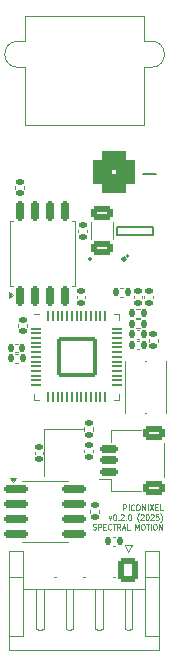
<source format=gto>
%TF.GenerationSoftware,KiCad,Pcbnew,9.0.0*%
%TF.CreationDate,2025-04-09T23:46:37-07:00*%
%TF.ProjectId,RP2350_60QFN_minimal,52503233-3530-45f3-9630-51464e5f6d69,rev?*%
%TF.SameCoordinates,Original*%
%TF.FileFunction,Legend,Top*%
%TF.FilePolarity,Positive*%
%FSLAX46Y46*%
G04 Gerber Fmt 4.6, Leading zero omitted, Abs format (unit mm)*
G04 Created by KiCad (PCBNEW 9.0.0) date 2025-04-09 23:46:37*
%MOMM*%
%LPD*%
G01*
G04 APERTURE LIST*
G04 Aperture macros list*
%AMRoundRect*
0 Rectangle with rounded corners*
0 $1 Rounding radius*
0 $2 $3 $4 $5 $6 $7 $8 $9 X,Y pos of 4 corners*
0 Add a 4 corners polygon primitive as box body*
4,1,4,$2,$3,$4,$5,$6,$7,$8,$9,$2,$3,0*
0 Add four circle primitives for the rounded corners*
1,1,$1+$1,$2,$3*
1,1,$1+$1,$4,$5*
1,1,$1+$1,$6,$7*
1,1,$1+$1,$8,$9*
0 Add four rect primitives between the rounded corners*
20,1,$1+$1,$2,$3,$4,$5,0*
20,1,$1+$1,$4,$5,$6,$7,0*
20,1,$1+$1,$6,$7,$8,$9,0*
20,1,$1+$1,$8,$9,$2,$3,0*%
%AMFreePoly0*
4,1,18,-0.437500,0.050000,-0.433694,0.069134,-0.422855,0.085355,-0.406634,0.096194,-0.387500,0.100000,0.387500,0.100000,0.437500,0.050000,0.437500,-0.050000,0.433694,-0.069134,0.422855,-0.085355,0.406634,-0.096194,0.387500,-0.100000,-0.387500,-0.100000,-0.406634,-0.096194,-0.422855,-0.085355,-0.433694,-0.069134,-0.437500,-0.050000,-0.437500,0.050000,-0.437500,0.050000,$1*%
%AMFreePoly1*
4,1,18,-0.437500,0.050000,-0.433694,0.069134,-0.422855,0.085355,-0.406634,0.096194,-0.387500,0.100000,0.387500,0.100000,0.406634,0.096194,0.422855,0.085355,0.433694,0.069134,0.437500,0.050000,0.437500,-0.050000,0.387500,-0.100000,-0.387500,-0.100000,-0.406634,-0.096194,-0.422855,-0.085355,-0.433694,-0.069134,-0.437500,-0.050000,-0.437500,0.050000,-0.437500,0.050000,$1*%
%AMFreePoly2*
4,1,18,-0.100000,0.387500,-0.050000,0.437500,0.050000,0.437500,0.069134,0.433694,0.085355,0.422855,0.096194,0.406634,0.100000,0.387500,0.100000,-0.387500,0.096194,-0.406634,0.085355,-0.422855,0.069134,-0.433694,0.050000,-0.437500,-0.050000,-0.437500,-0.069134,-0.433694,-0.085355,-0.422855,-0.096194,-0.406634,-0.100000,-0.387500,-0.100000,0.387500,-0.100000,0.387500,$1*%
%AMFreePoly3*
4,1,18,-0.100000,0.387500,-0.096194,0.406634,-0.085355,0.422855,-0.069134,0.433694,-0.050000,0.437500,0.050000,0.437500,0.100000,0.387500,0.100000,-0.387500,0.096194,-0.406634,0.085355,-0.422855,0.069134,-0.433694,0.050000,-0.437500,-0.050000,-0.437500,-0.069134,-0.433694,-0.085355,-0.422855,-0.096194,-0.406634,-0.100000,-0.387500,-0.100000,0.387500,-0.100000,0.387500,$1*%
%AMFreePoly4*
4,1,18,-0.437500,0.050000,-0.433694,0.069134,-0.422855,0.085355,-0.406634,0.096194,-0.387500,0.100000,0.387500,0.100000,0.406634,0.096194,0.422855,0.085355,0.433694,0.069134,0.437500,0.050000,0.437500,-0.050000,0.433694,-0.069134,0.422855,-0.085355,0.406634,-0.096194,0.387500,-0.100000,-0.387500,-0.100000,-0.437500,-0.050000,-0.437500,0.050000,-0.437500,0.050000,$1*%
%AMFreePoly5*
4,1,18,-0.437500,0.050000,-0.387500,0.100000,0.387500,0.100000,0.406634,0.096194,0.422855,0.085355,0.433694,0.069134,0.437500,0.050000,0.437500,-0.050000,0.433694,-0.069134,0.422855,-0.085355,0.406634,-0.096194,0.387500,-0.100000,-0.387500,-0.100000,-0.406634,-0.096194,-0.422855,-0.085355,-0.433694,-0.069134,-0.437500,-0.050000,-0.437500,0.050000,-0.437500,0.050000,$1*%
%AMFreePoly6*
4,1,18,-0.100000,0.387500,-0.096194,0.406634,-0.085355,0.422855,-0.069134,0.433694,-0.050000,0.437500,0.050000,0.437500,0.069134,0.433694,0.085355,0.422855,0.096194,0.406634,0.100000,0.387500,0.100000,-0.387500,0.050000,-0.437500,-0.050000,-0.437500,-0.069134,-0.433694,-0.085355,-0.422855,-0.096194,-0.406634,-0.100000,-0.387500,-0.100000,0.387500,-0.100000,0.387500,$1*%
%AMFreePoly7*
4,1,18,-0.100000,0.387500,-0.096194,0.406634,-0.085355,0.422855,-0.069134,0.433694,-0.050000,0.437500,0.050000,0.437500,0.069134,0.433694,0.085355,0.422855,0.096194,0.406634,0.100000,0.387500,0.100000,-0.387500,0.096194,-0.406634,0.085355,-0.422855,0.069134,-0.433694,0.050000,-0.437500,-0.050000,-0.437500,-0.100000,-0.387500,-0.100000,0.387500,-0.100000,0.387500,$1*%
G04 Aperture macros list end*
%ADD10C,0.076200*%
%ADD11C,0.150000*%
%ADD12C,0.120000*%
%ADD13C,0.250000*%
%ADD14C,0.191421*%
%ADD15R,0.530000X0.470000*%
%ADD16RoundRect,0.140000X-0.170000X0.140000X-0.170000X-0.140000X0.170000X-0.140000X0.170000X0.140000X0*%
%ADD17RoundRect,0.135000X0.135000X0.185000X-0.135000X0.185000X-0.135000X-0.185000X0.135000X-0.185000X0*%
%ADD18R,0.599999X1.100000*%
%ADD19RoundRect,0.162500X0.162500X-0.650000X0.162500X0.650000X-0.162500X0.650000X-0.162500X-0.650000X0*%
%ADD20RoundRect,0.150000X0.625000X-0.150000X0.625000X0.150000X-0.625000X0.150000X-0.625000X-0.150000X0*%
%ADD21RoundRect,0.250000X0.650000X-0.350000X0.650000X0.350000X-0.650000X0.350000X-0.650000X-0.350000X0*%
%ADD22RoundRect,0.140000X0.170000X-0.140000X0.170000X0.140000X-0.170000X0.140000X-0.170000X-0.140000X0*%
%ADD23R,1.200000X1.400000*%
%ADD24R,0.470000X0.530000*%
%ADD25R,0.700000X1.700000*%
%ADD26RoundRect,0.140000X-0.140000X-0.170000X0.140000X-0.170000X0.140000X0.170000X-0.140000X0.170000X0*%
%ADD27RoundRect,0.135000X0.185000X-0.135000X0.185000X0.135000X-0.185000X0.135000X-0.185000X-0.135000X0*%
%ADD28RoundRect,0.250000X-0.650000X0.325000X-0.650000X-0.325000X0.650000X-0.325000X0.650000X0.325000X0*%
%ADD29RoundRect,0.140000X0.140000X0.170000X-0.140000X0.170000X-0.140000X-0.170000X0.140000X-0.170000X0*%
%ADD30FreePoly0,0.000000*%
%ADD31RoundRect,0.050000X-0.387500X-0.050000X0.387500X-0.050000X0.387500X0.050000X-0.387500X0.050000X0*%
%ADD32FreePoly1,0.000000*%
%ADD33FreePoly2,0.000000*%
%ADD34RoundRect,0.050000X-0.050000X-0.387500X0.050000X-0.387500X0.050000X0.387500X-0.050000X0.387500X0*%
%ADD35FreePoly3,0.000000*%
%ADD36FreePoly4,0.000000*%
%ADD37FreePoly5,0.000000*%
%ADD38FreePoly6,0.000000*%
%ADD39FreePoly7,0.000000*%
%ADD40RoundRect,0.153000X1.547000X-1.547000X1.547000X1.547000X-1.547000X1.547000X-1.547000X-1.547000X0*%
%ADD41RoundRect,0.135000X-0.185000X0.135000X-0.185000X-0.135000X0.185000X-0.135000X0.185000X0.135000X0*%
%ADD42RoundRect,0.250000X0.600000X0.725000X-0.600000X0.725000X-0.600000X-0.725000X0.600000X-0.725000X0*%
%ADD43O,1.700000X1.950000*%
%ADD44RoundRect,0.135000X-0.135000X-0.185000X0.135000X-0.185000X0.135000X0.185000X-0.135000X0.185000X0*%
%ADD45R,0.650000X1.050000*%
%ADD46C,1.400000*%
%ADD47RoundRect,0.770000X-0.980000X-0.980000X0.980000X-0.980000X0.980000X0.980000X-0.980000X0.980000X0*%
%ADD48C,3.500000*%
%ADD49RoundRect,0.150000X-0.825000X-0.150000X0.825000X-0.150000X0.825000X0.150000X-0.825000X0.150000X0*%
G04 APERTURE END LIST*
D10*
X26175368Y-59103195D02*
X26175368Y-58595195D01*
X26175368Y-58595195D02*
X26344701Y-58595195D01*
X26344701Y-58595195D02*
X26387035Y-58619385D01*
X26387035Y-58619385D02*
X26408201Y-58643576D01*
X26408201Y-58643576D02*
X26429368Y-58691957D01*
X26429368Y-58691957D02*
X26429368Y-58764528D01*
X26429368Y-58764528D02*
X26408201Y-58812909D01*
X26408201Y-58812909D02*
X26387035Y-58837100D01*
X26387035Y-58837100D02*
X26344701Y-58861290D01*
X26344701Y-58861290D02*
X26175368Y-58861290D01*
X26619868Y-59103195D02*
X26619868Y-58595195D01*
X27085535Y-59054814D02*
X27064368Y-59079005D01*
X27064368Y-59079005D02*
X27000868Y-59103195D01*
X27000868Y-59103195D02*
X26958535Y-59103195D01*
X26958535Y-59103195D02*
X26895035Y-59079005D01*
X26895035Y-59079005D02*
X26852702Y-59030624D01*
X26852702Y-59030624D02*
X26831535Y-58982243D01*
X26831535Y-58982243D02*
X26810368Y-58885481D01*
X26810368Y-58885481D02*
X26810368Y-58812909D01*
X26810368Y-58812909D02*
X26831535Y-58716147D01*
X26831535Y-58716147D02*
X26852702Y-58667766D01*
X26852702Y-58667766D02*
X26895035Y-58619385D01*
X26895035Y-58619385D02*
X26958535Y-58595195D01*
X26958535Y-58595195D02*
X27000868Y-58595195D01*
X27000868Y-58595195D02*
X27064368Y-58619385D01*
X27064368Y-58619385D02*
X27085535Y-58643576D01*
X27360702Y-58595195D02*
X27445368Y-58595195D01*
X27445368Y-58595195D02*
X27487702Y-58619385D01*
X27487702Y-58619385D02*
X27530035Y-58667766D01*
X27530035Y-58667766D02*
X27551202Y-58764528D01*
X27551202Y-58764528D02*
X27551202Y-58933862D01*
X27551202Y-58933862D02*
X27530035Y-59030624D01*
X27530035Y-59030624D02*
X27487702Y-59079005D01*
X27487702Y-59079005D02*
X27445368Y-59103195D01*
X27445368Y-59103195D02*
X27360702Y-59103195D01*
X27360702Y-59103195D02*
X27318368Y-59079005D01*
X27318368Y-59079005D02*
X27276035Y-59030624D01*
X27276035Y-59030624D02*
X27254868Y-58933862D01*
X27254868Y-58933862D02*
X27254868Y-58764528D01*
X27254868Y-58764528D02*
X27276035Y-58667766D01*
X27276035Y-58667766D02*
X27318368Y-58619385D01*
X27318368Y-58619385D02*
X27360702Y-58595195D01*
X27741702Y-59103195D02*
X27741702Y-58595195D01*
X27741702Y-58595195D02*
X27889869Y-58958052D01*
X27889869Y-58958052D02*
X28038035Y-58595195D01*
X28038035Y-58595195D02*
X28038035Y-59103195D01*
X28249702Y-59103195D02*
X28249702Y-58595195D01*
X28419036Y-58595195D02*
X28715369Y-59103195D01*
X28715369Y-58595195D02*
X28419036Y-59103195D01*
X28884702Y-58837100D02*
X29032869Y-58837100D01*
X29096369Y-59103195D02*
X28884702Y-59103195D01*
X28884702Y-59103195D02*
X28884702Y-58595195D01*
X28884702Y-58595195D02*
X29096369Y-58595195D01*
X29498536Y-59103195D02*
X29286869Y-59103195D01*
X29286869Y-59103195D02*
X29286869Y-58595195D01*
X24947704Y-59582380D02*
X25053537Y-59921047D01*
X25053537Y-59921047D02*
X25159370Y-59582380D01*
X25413371Y-59413047D02*
X25455704Y-59413047D01*
X25455704Y-59413047D02*
X25498037Y-59437237D01*
X25498037Y-59437237D02*
X25519204Y-59461428D01*
X25519204Y-59461428D02*
X25540371Y-59509809D01*
X25540371Y-59509809D02*
X25561537Y-59606571D01*
X25561537Y-59606571D02*
X25561537Y-59727523D01*
X25561537Y-59727523D02*
X25540371Y-59824285D01*
X25540371Y-59824285D02*
X25519204Y-59872666D01*
X25519204Y-59872666D02*
X25498037Y-59896857D01*
X25498037Y-59896857D02*
X25455704Y-59921047D01*
X25455704Y-59921047D02*
X25413371Y-59921047D01*
X25413371Y-59921047D02*
X25371037Y-59896857D01*
X25371037Y-59896857D02*
X25349871Y-59872666D01*
X25349871Y-59872666D02*
X25328704Y-59824285D01*
X25328704Y-59824285D02*
X25307537Y-59727523D01*
X25307537Y-59727523D02*
X25307537Y-59606571D01*
X25307537Y-59606571D02*
X25328704Y-59509809D01*
X25328704Y-59509809D02*
X25349871Y-59461428D01*
X25349871Y-59461428D02*
X25371037Y-59437237D01*
X25371037Y-59437237D02*
X25413371Y-59413047D01*
X25752037Y-59872666D02*
X25773204Y-59896857D01*
X25773204Y-59896857D02*
X25752037Y-59921047D01*
X25752037Y-59921047D02*
X25730870Y-59896857D01*
X25730870Y-59896857D02*
X25752037Y-59872666D01*
X25752037Y-59872666D02*
X25752037Y-59921047D01*
X25942537Y-59461428D02*
X25963704Y-59437237D01*
X25963704Y-59437237D02*
X26006037Y-59413047D01*
X26006037Y-59413047D02*
X26111871Y-59413047D01*
X26111871Y-59413047D02*
X26154204Y-59437237D01*
X26154204Y-59437237D02*
X26175371Y-59461428D01*
X26175371Y-59461428D02*
X26196537Y-59509809D01*
X26196537Y-59509809D02*
X26196537Y-59558190D01*
X26196537Y-59558190D02*
X26175371Y-59630761D01*
X26175371Y-59630761D02*
X25921371Y-59921047D01*
X25921371Y-59921047D02*
X26196537Y-59921047D01*
X26387037Y-59872666D02*
X26408204Y-59896857D01*
X26408204Y-59896857D02*
X26387037Y-59921047D01*
X26387037Y-59921047D02*
X26365870Y-59896857D01*
X26365870Y-59896857D02*
X26387037Y-59872666D01*
X26387037Y-59872666D02*
X26387037Y-59921047D01*
X26683371Y-59413047D02*
X26725704Y-59413047D01*
X26725704Y-59413047D02*
X26768037Y-59437237D01*
X26768037Y-59437237D02*
X26789204Y-59461428D01*
X26789204Y-59461428D02*
X26810371Y-59509809D01*
X26810371Y-59509809D02*
X26831537Y-59606571D01*
X26831537Y-59606571D02*
X26831537Y-59727523D01*
X26831537Y-59727523D02*
X26810371Y-59824285D01*
X26810371Y-59824285D02*
X26789204Y-59872666D01*
X26789204Y-59872666D02*
X26768037Y-59896857D01*
X26768037Y-59896857D02*
X26725704Y-59921047D01*
X26725704Y-59921047D02*
X26683371Y-59921047D01*
X26683371Y-59921047D02*
X26641037Y-59896857D01*
X26641037Y-59896857D02*
X26619871Y-59872666D01*
X26619871Y-59872666D02*
X26598704Y-59824285D01*
X26598704Y-59824285D02*
X26577537Y-59727523D01*
X26577537Y-59727523D02*
X26577537Y-59606571D01*
X26577537Y-59606571D02*
X26598704Y-59509809D01*
X26598704Y-59509809D02*
X26619871Y-59461428D01*
X26619871Y-59461428D02*
X26641037Y-59437237D01*
X26641037Y-59437237D02*
X26683371Y-59413047D01*
X27487704Y-60114571D02*
X27466537Y-60090380D01*
X27466537Y-60090380D02*
X27424204Y-60017809D01*
X27424204Y-60017809D02*
X27403037Y-59969428D01*
X27403037Y-59969428D02*
X27381871Y-59896857D01*
X27381871Y-59896857D02*
X27360704Y-59775904D01*
X27360704Y-59775904D02*
X27360704Y-59679142D01*
X27360704Y-59679142D02*
X27381871Y-59558190D01*
X27381871Y-59558190D02*
X27403037Y-59485618D01*
X27403037Y-59485618D02*
X27424204Y-59437237D01*
X27424204Y-59437237D02*
X27466537Y-59364666D01*
X27466537Y-59364666D02*
X27487704Y-59340476D01*
X27635870Y-59461428D02*
X27657037Y-59437237D01*
X27657037Y-59437237D02*
X27699370Y-59413047D01*
X27699370Y-59413047D02*
X27805204Y-59413047D01*
X27805204Y-59413047D02*
X27847537Y-59437237D01*
X27847537Y-59437237D02*
X27868704Y-59461428D01*
X27868704Y-59461428D02*
X27889870Y-59509809D01*
X27889870Y-59509809D02*
X27889870Y-59558190D01*
X27889870Y-59558190D02*
X27868704Y-59630761D01*
X27868704Y-59630761D02*
X27614704Y-59921047D01*
X27614704Y-59921047D02*
X27889870Y-59921047D01*
X28165037Y-59413047D02*
X28207370Y-59413047D01*
X28207370Y-59413047D02*
X28249703Y-59437237D01*
X28249703Y-59437237D02*
X28270870Y-59461428D01*
X28270870Y-59461428D02*
X28292037Y-59509809D01*
X28292037Y-59509809D02*
X28313203Y-59606571D01*
X28313203Y-59606571D02*
X28313203Y-59727523D01*
X28313203Y-59727523D02*
X28292037Y-59824285D01*
X28292037Y-59824285D02*
X28270870Y-59872666D01*
X28270870Y-59872666D02*
X28249703Y-59896857D01*
X28249703Y-59896857D02*
X28207370Y-59921047D01*
X28207370Y-59921047D02*
X28165037Y-59921047D01*
X28165037Y-59921047D02*
X28122703Y-59896857D01*
X28122703Y-59896857D02*
X28101537Y-59872666D01*
X28101537Y-59872666D02*
X28080370Y-59824285D01*
X28080370Y-59824285D02*
X28059203Y-59727523D01*
X28059203Y-59727523D02*
X28059203Y-59606571D01*
X28059203Y-59606571D02*
X28080370Y-59509809D01*
X28080370Y-59509809D02*
X28101537Y-59461428D01*
X28101537Y-59461428D02*
X28122703Y-59437237D01*
X28122703Y-59437237D02*
X28165037Y-59413047D01*
X28482536Y-59461428D02*
X28503703Y-59437237D01*
X28503703Y-59437237D02*
X28546036Y-59413047D01*
X28546036Y-59413047D02*
X28651870Y-59413047D01*
X28651870Y-59413047D02*
X28694203Y-59437237D01*
X28694203Y-59437237D02*
X28715370Y-59461428D01*
X28715370Y-59461428D02*
X28736536Y-59509809D01*
X28736536Y-59509809D02*
X28736536Y-59558190D01*
X28736536Y-59558190D02*
X28715370Y-59630761D01*
X28715370Y-59630761D02*
X28461370Y-59921047D01*
X28461370Y-59921047D02*
X28736536Y-59921047D01*
X29138703Y-59413047D02*
X28927036Y-59413047D01*
X28927036Y-59413047D02*
X28905869Y-59654952D01*
X28905869Y-59654952D02*
X28927036Y-59630761D01*
X28927036Y-59630761D02*
X28969369Y-59606571D01*
X28969369Y-59606571D02*
X29075203Y-59606571D01*
X29075203Y-59606571D02*
X29117536Y-59630761D01*
X29117536Y-59630761D02*
X29138703Y-59654952D01*
X29138703Y-59654952D02*
X29159869Y-59703333D01*
X29159869Y-59703333D02*
X29159869Y-59824285D01*
X29159869Y-59824285D02*
X29138703Y-59872666D01*
X29138703Y-59872666D02*
X29117536Y-59896857D01*
X29117536Y-59896857D02*
X29075203Y-59921047D01*
X29075203Y-59921047D02*
X28969369Y-59921047D01*
X28969369Y-59921047D02*
X28927036Y-59896857D01*
X28927036Y-59896857D02*
X28905869Y-59872666D01*
X29308036Y-60114571D02*
X29329202Y-60090380D01*
X29329202Y-60090380D02*
X29371536Y-60017809D01*
X29371536Y-60017809D02*
X29392702Y-59969428D01*
X29392702Y-59969428D02*
X29413869Y-59896857D01*
X29413869Y-59896857D02*
X29435036Y-59775904D01*
X29435036Y-59775904D02*
X29435036Y-59679142D01*
X29435036Y-59679142D02*
X29413869Y-59558190D01*
X29413869Y-59558190D02*
X29392702Y-59485618D01*
X29392702Y-59485618D02*
X29371536Y-59437237D01*
X29371536Y-59437237D02*
X29329202Y-59364666D01*
X29329202Y-59364666D02*
X29308036Y-59340476D01*
X23593033Y-60714709D02*
X23656533Y-60738899D01*
X23656533Y-60738899D02*
X23762367Y-60738899D01*
X23762367Y-60738899D02*
X23804700Y-60714709D01*
X23804700Y-60714709D02*
X23825867Y-60690518D01*
X23825867Y-60690518D02*
X23847033Y-60642137D01*
X23847033Y-60642137D02*
X23847033Y-60593756D01*
X23847033Y-60593756D02*
X23825867Y-60545375D01*
X23825867Y-60545375D02*
X23804700Y-60521185D01*
X23804700Y-60521185D02*
X23762367Y-60496994D01*
X23762367Y-60496994D02*
X23677700Y-60472804D01*
X23677700Y-60472804D02*
X23635367Y-60448613D01*
X23635367Y-60448613D02*
X23614200Y-60424423D01*
X23614200Y-60424423D02*
X23593033Y-60376042D01*
X23593033Y-60376042D02*
X23593033Y-60327661D01*
X23593033Y-60327661D02*
X23614200Y-60279280D01*
X23614200Y-60279280D02*
X23635367Y-60255089D01*
X23635367Y-60255089D02*
X23677700Y-60230899D01*
X23677700Y-60230899D02*
X23783533Y-60230899D01*
X23783533Y-60230899D02*
X23847033Y-60255089D01*
X24037533Y-60738899D02*
X24037533Y-60230899D01*
X24037533Y-60230899D02*
X24206866Y-60230899D01*
X24206866Y-60230899D02*
X24249200Y-60255089D01*
X24249200Y-60255089D02*
X24270366Y-60279280D01*
X24270366Y-60279280D02*
X24291533Y-60327661D01*
X24291533Y-60327661D02*
X24291533Y-60400232D01*
X24291533Y-60400232D02*
X24270366Y-60448613D01*
X24270366Y-60448613D02*
X24249200Y-60472804D01*
X24249200Y-60472804D02*
X24206866Y-60496994D01*
X24206866Y-60496994D02*
X24037533Y-60496994D01*
X24482033Y-60472804D02*
X24630200Y-60472804D01*
X24693700Y-60738899D02*
X24482033Y-60738899D01*
X24482033Y-60738899D02*
X24482033Y-60230899D01*
X24482033Y-60230899D02*
X24693700Y-60230899D01*
X25138200Y-60690518D02*
X25117033Y-60714709D01*
X25117033Y-60714709D02*
X25053533Y-60738899D01*
X25053533Y-60738899D02*
X25011200Y-60738899D01*
X25011200Y-60738899D02*
X24947700Y-60714709D01*
X24947700Y-60714709D02*
X24905367Y-60666328D01*
X24905367Y-60666328D02*
X24884200Y-60617947D01*
X24884200Y-60617947D02*
X24863033Y-60521185D01*
X24863033Y-60521185D02*
X24863033Y-60448613D01*
X24863033Y-60448613D02*
X24884200Y-60351851D01*
X24884200Y-60351851D02*
X24905367Y-60303470D01*
X24905367Y-60303470D02*
X24947700Y-60255089D01*
X24947700Y-60255089D02*
X25011200Y-60230899D01*
X25011200Y-60230899D02*
X25053533Y-60230899D01*
X25053533Y-60230899D02*
X25117033Y-60255089D01*
X25117033Y-60255089D02*
X25138200Y-60279280D01*
X25265200Y-60230899D02*
X25519200Y-60230899D01*
X25392200Y-60738899D02*
X25392200Y-60230899D01*
X25921367Y-60738899D02*
X25773200Y-60496994D01*
X25667367Y-60738899D02*
X25667367Y-60230899D01*
X25667367Y-60230899D02*
X25836700Y-60230899D01*
X25836700Y-60230899D02*
X25879034Y-60255089D01*
X25879034Y-60255089D02*
X25900200Y-60279280D01*
X25900200Y-60279280D02*
X25921367Y-60327661D01*
X25921367Y-60327661D02*
X25921367Y-60400232D01*
X25921367Y-60400232D02*
X25900200Y-60448613D01*
X25900200Y-60448613D02*
X25879034Y-60472804D01*
X25879034Y-60472804D02*
X25836700Y-60496994D01*
X25836700Y-60496994D02*
X25667367Y-60496994D01*
X26090700Y-60593756D02*
X26302367Y-60593756D01*
X26048367Y-60738899D02*
X26196534Y-60230899D01*
X26196534Y-60230899D02*
X26344700Y-60738899D01*
X26704534Y-60738899D02*
X26492867Y-60738899D01*
X26492867Y-60738899D02*
X26492867Y-60230899D01*
X27191367Y-60738899D02*
X27191367Y-60230899D01*
X27191367Y-60230899D02*
X27339534Y-60593756D01*
X27339534Y-60593756D02*
X27487700Y-60230899D01*
X27487700Y-60230899D02*
X27487700Y-60738899D01*
X27784034Y-60230899D02*
X27868700Y-60230899D01*
X27868700Y-60230899D02*
X27911034Y-60255089D01*
X27911034Y-60255089D02*
X27953367Y-60303470D01*
X27953367Y-60303470D02*
X27974534Y-60400232D01*
X27974534Y-60400232D02*
X27974534Y-60569566D01*
X27974534Y-60569566D02*
X27953367Y-60666328D01*
X27953367Y-60666328D02*
X27911034Y-60714709D01*
X27911034Y-60714709D02*
X27868700Y-60738899D01*
X27868700Y-60738899D02*
X27784034Y-60738899D01*
X27784034Y-60738899D02*
X27741700Y-60714709D01*
X27741700Y-60714709D02*
X27699367Y-60666328D01*
X27699367Y-60666328D02*
X27678200Y-60569566D01*
X27678200Y-60569566D02*
X27678200Y-60400232D01*
X27678200Y-60400232D02*
X27699367Y-60303470D01*
X27699367Y-60303470D02*
X27741700Y-60255089D01*
X27741700Y-60255089D02*
X27784034Y-60230899D01*
X28101534Y-60230899D02*
X28355534Y-60230899D01*
X28228534Y-60738899D02*
X28228534Y-60230899D01*
X28503701Y-60738899D02*
X28503701Y-60230899D01*
X28800035Y-60230899D02*
X28884701Y-60230899D01*
X28884701Y-60230899D02*
X28927035Y-60255089D01*
X28927035Y-60255089D02*
X28969368Y-60303470D01*
X28969368Y-60303470D02*
X28990535Y-60400232D01*
X28990535Y-60400232D02*
X28990535Y-60569566D01*
X28990535Y-60569566D02*
X28969368Y-60666328D01*
X28969368Y-60666328D02*
X28927035Y-60714709D01*
X28927035Y-60714709D02*
X28884701Y-60738899D01*
X28884701Y-60738899D02*
X28800035Y-60738899D01*
X28800035Y-60738899D02*
X28757701Y-60714709D01*
X28757701Y-60714709D02*
X28715368Y-60666328D01*
X28715368Y-60666328D02*
X28694201Y-60569566D01*
X28694201Y-60569566D02*
X28694201Y-60400232D01*
X28694201Y-60400232D02*
X28715368Y-60303470D01*
X28715368Y-60303470D02*
X28757701Y-60255089D01*
X28757701Y-60255089D02*
X28800035Y-60230899D01*
X29181035Y-60738899D02*
X29181035Y-60230899D01*
X29181035Y-60230899D02*
X29435035Y-60738899D01*
X29435035Y-60738899D02*
X29435035Y-60230899D01*
D11*
X27828571Y-30594700D02*
X28971429Y-30594700D01*
D12*
%TO.C,C2*%
X18690000Y-54121164D02*
X18690000Y-54336836D01*
X19410000Y-54121164D02*
X19410000Y-54336836D01*
%TO.C,R5*%
X26188641Y-40260000D02*
X25881359Y-40260000D01*
X26188641Y-41020000D02*
X25881359Y-41020000D01*
D11*
%TO.C,U2*%
X25652999Y-35782999D02*
X25652999Y-35083001D01*
X28703001Y-35083001D02*
X25652999Y-35083001D01*
X28703001Y-35782999D02*
X25652999Y-35782999D01*
X28703001Y-35782999D02*
X28703001Y-35083001D01*
D13*
X26353000Y-37833000D02*
G75*
G02*
X26102998Y-37833000I-125001J0D01*
G01*
X26102998Y-37833000D02*
G75*
G02*
X26353000Y-37833000I125001J0D01*
G01*
D12*
%TO.C,U1*%
X16544000Y-34578000D02*
X16814000Y-34578000D01*
X16544000Y-37338000D02*
X16544000Y-34578000D01*
X16544000Y-37338000D02*
X16544000Y-40098000D01*
X16544000Y-40098000D02*
X16814000Y-40098000D01*
X22064000Y-34578000D02*
X21794000Y-34578000D01*
X22064000Y-37338000D02*
X22064000Y-34578000D01*
X22064000Y-37338000D02*
X22064000Y-40098000D01*
X22064000Y-40098000D02*
X21794000Y-40098000D01*
X16814000Y-40863000D02*
X16484000Y-41103000D01*
X16484000Y-40623000D01*
X16814000Y-40863000D01*
G36*
X16814000Y-40863000D02*
G01*
X16484000Y-41103000D01*
X16484000Y-40623000D01*
X16814000Y-40863000D01*
G37*
%TO.C,J3*%
X25139000Y-52254000D02*
X25139000Y-53304000D01*
X25139000Y-56424000D02*
X24149000Y-56424000D01*
X25139000Y-57474000D02*
X25139000Y-56424000D01*
X27639000Y-52254000D02*
X25139000Y-52254000D01*
X27639000Y-57474000D02*
X25139000Y-57474000D01*
X29609000Y-56304000D02*
X29609000Y-53424000D01*
%TO.C,C13*%
X22246000Y-41128836D02*
X22246000Y-40913164D01*
X22966000Y-41128836D02*
X22966000Y-40913164D01*
%TO.C,Y1*%
X19432000Y-52229000D02*
X19432000Y-56229000D01*
X22732000Y-52229000D02*
X19432000Y-52229000D01*
%TO.C,L2*%
D14*
X23452710Y-37816000D02*
G75*
G02*
X23261290Y-37816000I-95710J0D01*
G01*
X23261290Y-37816000D02*
G75*
G02*
X23452710Y-37816000I95710J0D01*
G01*
D12*
%TO.C,C20*%
X25292164Y-61362000D02*
X25507836Y-61362000D01*
X25292164Y-62082000D02*
X25507836Y-62082000D01*
%TO.C,C4*%
X17039000Y-31857836D02*
X17039000Y-31642164D01*
X17759000Y-31857836D02*
X17759000Y-31642164D01*
%TO.C,R4*%
X28322000Y-44857641D02*
X28322000Y-44550359D01*
X29082000Y-44857641D02*
X29082000Y-44550359D01*
%TO.C,C6*%
X22373000Y-35325164D02*
X22373000Y-35540836D01*
X23093000Y-35325164D02*
X23093000Y-35540836D01*
%TO.C,C19*%
X27072000Y-40913164D02*
X27072000Y-41128836D01*
X27792000Y-40913164D02*
X27792000Y-41128836D01*
%TO.C,C1*%
X23474000Y-34721748D02*
X23474000Y-36144252D01*
X25294000Y-34721748D02*
X25294000Y-36144252D01*
%TO.C,C9*%
X27324164Y-43836000D02*
X27539836Y-43836000D01*
X27324164Y-44556000D02*
X27539836Y-44556000D01*
%TO.C,C12*%
X17252836Y-44979000D02*
X17037164Y-44979000D01*
X17252836Y-45699000D02*
X17037164Y-45699000D01*
%TO.C,U3*%
X18615000Y-49711000D02*
X18615000Y-49261000D01*
X19065000Y-42491000D02*
X18615000Y-42491000D01*
X19065000Y-49711000D02*
X18615000Y-49711000D01*
X25385000Y-42491000D02*
X25835000Y-42491000D01*
X25385000Y-49711000D02*
X25835000Y-49711000D01*
X25835000Y-42491000D02*
X25835000Y-42941000D01*
X25835000Y-49711000D02*
X25835000Y-49261000D01*
%TO.C,R3*%
X22861000Y-52043359D02*
X22861000Y-52350641D01*
X23621000Y-52043359D02*
X23621000Y-52350641D01*
%TO.C,J5*%
X16500000Y-62532500D02*
X17720000Y-62532500D01*
X16500000Y-69732500D02*
X17720000Y-69732500D01*
X16500000Y-70952500D02*
X16500000Y-62532500D01*
X17720000Y-62532500D02*
X17720000Y-64732500D01*
X17720000Y-64732500D02*
X16500000Y-64732500D01*
X17720000Y-69732500D02*
X17720000Y-64732500D01*
X18790000Y-65732500D02*
X19110000Y-65732500D01*
X18790000Y-69152500D02*
X18790000Y-65732500D01*
X19110000Y-65732500D02*
X19430000Y-65732500D01*
X19110000Y-69232500D02*
X18790000Y-69152500D01*
X19430000Y-65732500D02*
X19430000Y-69152500D01*
X19430000Y-69152500D02*
X19110000Y-69232500D01*
X20440000Y-64732500D02*
X20280000Y-64732500D01*
X21290000Y-65732500D02*
X21610000Y-65732500D01*
X21290000Y-69152500D02*
X21290000Y-65732500D01*
X21610000Y-65732500D02*
X21930000Y-65732500D01*
X21610000Y-69232500D02*
X21290000Y-69152500D01*
X21930000Y-65732500D02*
X21930000Y-69152500D01*
X21930000Y-69152500D02*
X21610000Y-69232500D01*
X22940000Y-64732500D02*
X22780000Y-64732500D01*
X23790000Y-65732500D02*
X24110000Y-65732500D01*
X23790000Y-69152500D02*
X23790000Y-65732500D01*
X24110000Y-65732500D02*
X24430000Y-65732500D01*
X24110000Y-69232500D02*
X23790000Y-69152500D01*
X24430000Y-65732500D02*
X24430000Y-69152500D01*
X24430000Y-69152500D02*
X24110000Y-69232500D01*
X25440000Y-64732500D02*
X25280000Y-64732500D01*
X26290000Y-65732500D02*
X26610000Y-65732500D01*
X26290000Y-69152500D02*
X26290000Y-65732500D01*
X26310000Y-62042500D02*
X26610000Y-62642500D01*
X26610000Y-62642500D02*
X26910000Y-62042500D01*
X26610000Y-65732500D02*
X26930000Y-65732500D01*
X26610000Y-69232500D02*
X26290000Y-69152500D01*
X26910000Y-62042500D02*
X26310000Y-62042500D01*
X26930000Y-65732500D02*
X26930000Y-69152500D01*
X26930000Y-69152500D02*
X26610000Y-69232500D01*
X28000000Y-62532500D02*
X29220000Y-62532500D01*
X28000000Y-64732500D02*
X28000000Y-62532500D01*
X28000000Y-64732500D02*
X29220000Y-64732500D01*
X28000000Y-65732500D02*
X17720000Y-65732500D01*
X28000000Y-69732500D02*
X28000000Y-64732500D01*
X29220000Y-62532500D02*
X29220000Y-70952500D01*
X29220000Y-69732500D02*
X28000000Y-69732500D01*
X29220000Y-70952500D02*
X16500000Y-70952500D01*
%TO.C,C16*%
X17293000Y-43326164D02*
X17293000Y-43541836D01*
X18013000Y-43326164D02*
X18013000Y-43541836D01*
%TO.C,L1*%
D14*
X26627710Y-37562000D02*
G75*
G02*
X26436290Y-37562000I-95710J0D01*
G01*
X26436290Y-37562000D02*
G75*
G02*
X26627710Y-37562000I95710J0D01*
G01*
D12*
%TO.C,R2*%
X27278359Y-42927000D02*
X27585641Y-42927000D01*
X27278359Y-43687000D02*
X27585641Y-43687000D01*
%TO.C,SW1*%
X26317000Y-46484000D02*
X26317000Y-50884000D01*
X28017000Y-46484000D02*
X28117000Y-46484000D01*
X28017000Y-50884000D02*
X28117000Y-50884000D01*
X29817000Y-50884000D02*
X29817000Y-46484000D01*
%TO.C,C3*%
X22881000Y-53966164D02*
X22881000Y-54181836D01*
X23601000Y-53966164D02*
X23601000Y-54181836D01*
%TO.C,J1*%
X17250000Y-19370000D02*
X17840000Y-19370000D01*
X17250000Y-21590000D02*
X17840000Y-21590000D01*
X17840000Y-17270000D02*
X17840000Y-19370000D01*
X17840000Y-17270000D02*
X27960000Y-17270000D01*
X17840000Y-21590000D02*
X17840000Y-26490000D01*
X17840000Y-26490000D02*
X27960000Y-26490000D01*
X27960000Y-17270000D02*
X27960000Y-19370000D01*
X27960000Y-19370000D02*
X28550000Y-19370000D01*
X27960000Y-21590000D02*
X27960000Y-26490000D01*
X27960000Y-21590000D02*
X28550000Y-21590000D01*
X17250000Y-21590000D02*
G75*
G02*
X17250000Y-19370000I0J1110000D01*
G01*
X28550000Y-19370000D02*
G75*
G02*
X28550000Y-21590000I0J-1110000D01*
G01*
%TO.C,C14*%
X27324164Y-44725000D02*
X27539836Y-44725000D01*
X27324164Y-45445000D02*
X27539836Y-45445000D01*
%TO.C,R7*%
X23369000Y-59028359D02*
X23369000Y-59335641D01*
X24129000Y-59028359D02*
X24129000Y-59335641D01*
%TO.C,U4*%
X19558000Y-56622000D02*
X17608000Y-56622000D01*
X19558000Y-56622000D02*
X21508000Y-56622000D01*
X19558000Y-61742000D02*
X17608000Y-61742000D01*
X19558000Y-61742000D02*
X21508000Y-61742000D01*
X16858000Y-56717000D02*
X16618000Y-56387000D01*
X17098000Y-56387000D01*
X16858000Y-56717000D01*
G36*
X16858000Y-56717000D02*
G01*
X16618000Y-56387000D01*
X17098000Y-56387000D01*
X16858000Y-56717000D01*
G37*
%TO.C,R1*%
X27585641Y-42038000D02*
X27278359Y-42038000D01*
X27585641Y-42798000D02*
X27278359Y-42798000D01*
%TO.C,R6*%
X17298641Y-45848000D02*
X16991359Y-45848000D01*
X17298641Y-46608000D02*
X16991359Y-46608000D01*
%TO.C,C8*%
X27961000Y-40913164D02*
X27961000Y-41128836D01*
X28681000Y-40913164D02*
X28681000Y-41128836D01*
%TD*%
%LPC*%
D15*
%TO.C,C18*%
X20701000Y-50666000D03*
X20701000Y-51696000D03*
%TD*%
D16*
%TO.C,C2*%
X19050000Y-53749000D03*
X19050000Y-54709000D03*
%TD*%
D17*
%TO.C,R5*%
X26545000Y-40640000D03*
X25525000Y-40640000D03*
%TD*%
D18*
%TO.C,U2*%
X26227999Y-36733000D03*
X27178000Y-36733000D03*
X28128001Y-36733000D03*
X28128001Y-34133000D03*
X27178000Y-34133000D03*
X26227999Y-34133000D03*
%TD*%
D19*
%TO.C,U1*%
X17399000Y-40925500D03*
X18669000Y-40925500D03*
X19939000Y-40925500D03*
X21209000Y-40925500D03*
X21209000Y-33750500D03*
X19939000Y-33750500D03*
X18669000Y-33750500D03*
X17399000Y-33750500D03*
%TD*%
D20*
%TO.C,J3*%
X24924000Y-55864000D03*
X24924000Y-54864000D03*
X24924000Y-53864000D03*
D21*
X28799000Y-57164000D03*
X28799000Y-52564000D03*
%TD*%
D22*
%TO.C,C13*%
X22606000Y-41501000D03*
X22606000Y-40541000D03*
%TD*%
D23*
%TO.C,Y1*%
X20232000Y-53129000D03*
X20232000Y-55329000D03*
X21932000Y-55329000D03*
X21932000Y-53129000D03*
%TD*%
D24*
%TO.C,C7*%
X23742000Y-40640000D03*
X24772000Y-40640000D03*
%TD*%
D15*
%TO.C,C15*%
X25753000Y-50666000D03*
X25753000Y-51696000D03*
%TD*%
D25*
%TO.C,L2*%
X23557000Y-39116000D03*
X24957000Y-39116000D03*
%TD*%
D26*
%TO.C,C20*%
X24920000Y-61722000D03*
X25880000Y-61722000D03*
%TD*%
D22*
%TO.C,C4*%
X17399000Y-32230000D03*
X17399000Y-31270000D03*
%TD*%
D15*
%TO.C,C11*%
X22225000Y-50666000D03*
X22225000Y-51696000D03*
%TD*%
D27*
%TO.C,R4*%
X28702000Y-45214000D03*
X28702000Y-44194000D03*
%TD*%
D16*
%TO.C,C6*%
X22733000Y-34953000D03*
X22733000Y-35913000D03*
%TD*%
%TO.C,C19*%
X27432000Y-40541000D03*
X27432000Y-41501000D03*
%TD*%
D28*
%TO.C,C1*%
X24384000Y-33958000D03*
X24384000Y-36908000D03*
%TD*%
D26*
%TO.C,C9*%
X26952000Y-44196000D03*
X27912000Y-44196000D03*
%TD*%
D29*
%TO.C,C12*%
X17625000Y-45339000D03*
X16665000Y-45339000D03*
%TD*%
D30*
%TO.C,U3*%
X18787500Y-43301000D03*
D31*
X18787500Y-43701000D03*
X18787500Y-44101000D03*
X18787500Y-44501000D03*
X18787500Y-44901000D03*
X18787500Y-45301000D03*
X18787500Y-45701000D03*
X18787500Y-46101000D03*
X18787500Y-46501000D03*
X18787500Y-46901000D03*
X18787500Y-47301000D03*
X18787500Y-47701000D03*
X18787500Y-48101000D03*
X18787500Y-48501000D03*
D32*
X18787500Y-48901000D03*
D33*
X19425000Y-49538500D03*
D34*
X19825000Y-49538500D03*
X20225000Y-49538500D03*
X20625000Y-49538500D03*
X21025000Y-49538500D03*
X21425000Y-49538500D03*
X21825000Y-49538500D03*
X22225000Y-49538500D03*
X22625000Y-49538500D03*
X23025000Y-49538500D03*
X23425000Y-49538500D03*
X23825000Y-49538500D03*
X24225000Y-49538500D03*
X24625000Y-49538500D03*
D35*
X25025000Y-49538500D03*
D36*
X25662500Y-48901000D03*
D31*
X25662500Y-48501000D03*
X25662500Y-48101000D03*
X25662500Y-47701000D03*
X25662500Y-47301000D03*
X25662500Y-46901000D03*
X25662500Y-46501000D03*
X25662500Y-46101000D03*
X25662500Y-45701000D03*
X25662500Y-45301000D03*
X25662500Y-44901000D03*
X25662500Y-44501000D03*
X25662500Y-44101000D03*
X25662500Y-43701000D03*
D37*
X25662500Y-43301000D03*
D38*
X25025000Y-42663500D03*
D34*
X24625000Y-42663500D03*
X24225000Y-42663500D03*
X23825000Y-42663500D03*
X23425000Y-42663500D03*
X23025000Y-42663500D03*
X22625000Y-42663500D03*
X22225000Y-42663500D03*
X21825000Y-42663500D03*
X21425000Y-42663500D03*
X21025000Y-42663500D03*
X20625000Y-42663500D03*
X20225000Y-42663500D03*
X19825000Y-42663500D03*
D39*
X19425000Y-42663500D03*
D40*
X22225000Y-46101000D03*
%TD*%
D24*
%TO.C,C5*%
X23742000Y-41529000D03*
X24772000Y-41529000D03*
%TD*%
D41*
%TO.C,R3*%
X23241000Y-51687000D03*
X23241000Y-52707000D03*
%TD*%
D42*
%TO.C,J5*%
X26610000Y-64142500D03*
D43*
X24110000Y-64142500D03*
X21610000Y-64142500D03*
X19110000Y-64142500D03*
%TD*%
D16*
%TO.C,C16*%
X17653000Y-42954000D03*
X17653000Y-43914000D03*
%TD*%
D25*
%TO.C,L1*%
X26732000Y-38862000D03*
X28132000Y-38862000D03*
%TD*%
D24*
%TO.C,C17*%
X17660000Y-47117000D03*
X16630000Y-47117000D03*
%TD*%
D44*
%TO.C,R2*%
X26922000Y-43307000D03*
X27942000Y-43307000D03*
%TD*%
D45*
%TO.C,SW1*%
X29142000Y-46609000D03*
X29142000Y-50759000D03*
X26992000Y-46609000D03*
X26992000Y-50734000D03*
%TD*%
D16*
%TO.C,C3*%
X23241000Y-53594000D03*
X23241000Y-54554000D03*
%TD*%
D46*
%TO.C,J1*%
X17400000Y-20480000D03*
X28400000Y-20480000D03*
D47*
X25400000Y-30480000D03*
D48*
X20400000Y-30480000D03*
%TD*%
D26*
%TO.C,C14*%
X26952000Y-45085000D03*
X27912000Y-45085000D03*
%TD*%
D41*
%TO.C,R7*%
X23749000Y-58672000D03*
X23749000Y-59692000D03*
%TD*%
D24*
%TO.C,C10*%
X25520000Y-41529000D03*
X26550000Y-41529000D03*
%TD*%
D49*
%TO.C,U4*%
X17083000Y-57277000D03*
X17083000Y-58547000D03*
X17083000Y-59817000D03*
X17083000Y-61087000D03*
X22033000Y-61087000D03*
X22033000Y-59817000D03*
X22033000Y-58547000D03*
X22033000Y-57277000D03*
%TD*%
D17*
%TO.C,R1*%
X27942000Y-42418000D03*
X26922000Y-42418000D03*
%TD*%
%TO.C,R6*%
X17655000Y-46228000D03*
X16635000Y-46228000D03*
%TD*%
D16*
%TO.C,C8*%
X28321000Y-40541000D03*
X28321000Y-41501000D03*
%TD*%
%LPD*%
M02*

</source>
